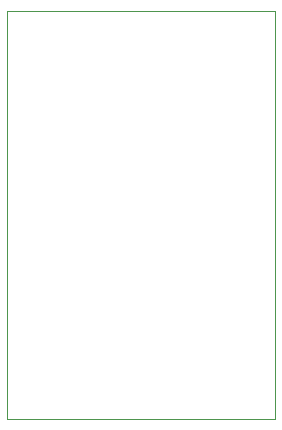
<source format=gbr>
G04 #@! TF.GenerationSoftware,KiCad,Pcbnew,(5.1.5)-3*
G04 #@! TF.CreationDate,2021-10-23T21:46:58-05:00*
G04 #@! TF.ProjectId,STM32QFN28Breakout,53544d33-3251-4464-9e32-38427265616b,rev?*
G04 #@! TF.SameCoordinates,Original*
G04 #@! TF.FileFunction,Profile,NP*
%FSLAX46Y46*%
G04 Gerber Fmt 4.6, Leading zero omitted, Abs format (unit mm)*
G04 Created by KiCad (PCBNEW (5.1.5)-3) date 2021-10-23 21:46:58*
%MOMM*%
%LPD*%
G04 APERTURE LIST*
%ADD10C,0.050000*%
G04 APERTURE END LIST*
D10*
X200693020Y-76370180D02*
X200693020Y-110929420D01*
X223405700Y-76377800D02*
X200693020Y-76370180D01*
X223405700Y-110975140D02*
X223405700Y-76377800D01*
X200693020Y-110929420D02*
X223405700Y-110975140D01*
M02*

</source>
